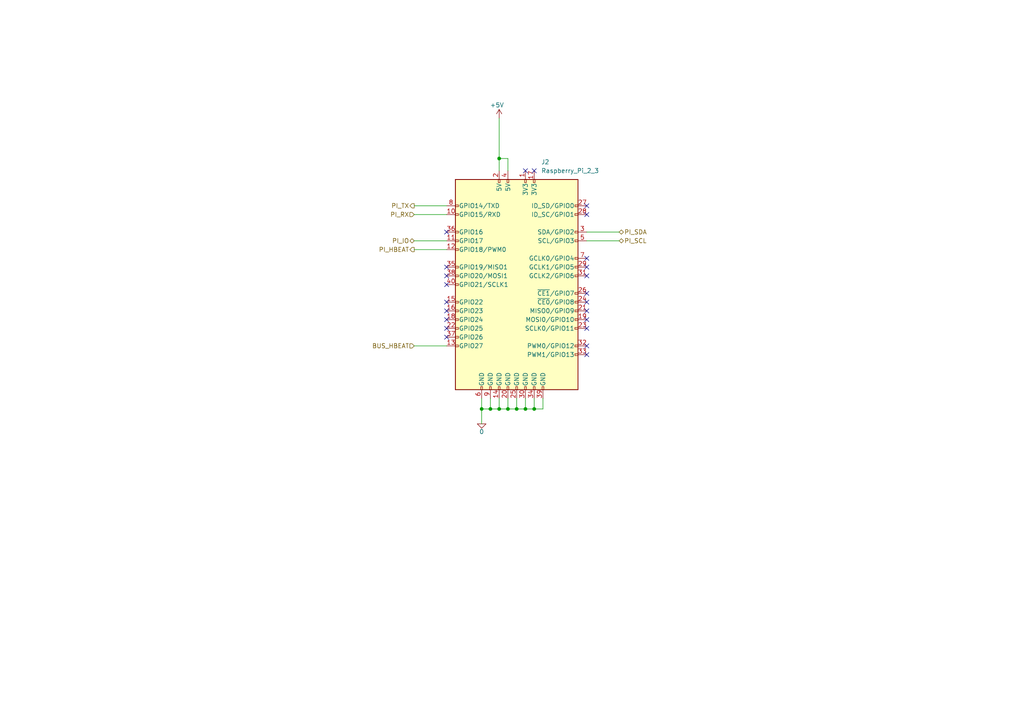
<source format=kicad_sch>
(kicad_sch (version 20211123) (generator eeschema)
  (paper "A4")
  (lib_symbols
    (symbol "Connector:Raspberry_Pi_2_3" (pin_names (offset 1.016))
      (property "Reference" "J" (at -17.78 31.75 0))
      (property "Value" "Raspberry_Pi_2_3" (at 10.16 -31.75 0))
      (symbol "Raspberry_Pi_2_3_0_1"
        (rectangle (start -17.78 30.48) (end 17.78 -30.48) (stroke (width 0.254)) (fill (type background)))
      )
      (symbol "Raspberry_Pi_2_3_1_1"
        (rectangle (start -16.891 -17.526) (end -17.78 -18.034))
        (rectangle (start -16.891 -14.986) (end -17.78 -15.494))
        (rectangle (start -16.891 -12.446) (end -17.78 -12.954))
        (rectangle (start -16.891 -9.906) (end -17.78 -10.414))
        (rectangle (start -16.891 -7.366) (end -17.78 -7.874))
        (rectangle (start -16.891 -4.826) (end -17.78 -5.334))
        (rectangle (start -16.891 0.254) (end -17.78 -0.254))
        (rectangle (start -16.891 2.794) (end -17.78 2.286))
        (rectangle (start -16.891 5.334) (end -17.78 4.826))
        (rectangle (start -16.891 10.414) (end -17.78 9.906))
        (rectangle (start -16.891 12.954) (end -17.78 12.446))
        (rectangle (start -16.891 15.494) (end -17.78 14.986))
        (rectangle (start -16.891 20.574) (end -17.78 20.066))
        (rectangle (start -16.891 23.114) (end -17.78 22.606))
        (rectangle (start -10.414 -29.591) (end -9.906 -30.48))
        (rectangle (start -7.874 -29.591) (end -7.366 -30.48))
        (rectangle (start -5.334 -29.591) (end -4.826 -30.48))
        (rectangle (start -5.334 30.48) (end -4.826 29.591))
        (rectangle (start -2.794 -29.591) (end -2.286 -30.48))
        (rectangle (start -2.794 30.48) (end -2.286 29.591))
        (rectangle (start -0.254 -29.591) (end 0.254 -30.48))
        (rectangle (start 2.286 -29.591) (end 2.794 -30.48))
        (rectangle (start 2.286 30.48) (end 2.794 29.591))
        (rectangle (start 4.826 -29.591) (end 5.334 -30.48))
        (rectangle (start 4.826 30.48) (end 5.334 29.591))
        (rectangle (start 7.366 -29.591) (end 7.874 -30.48))
        (rectangle (start 17.78 -20.066) (end 16.891 -20.574))
        (rectangle (start 17.78 -17.526) (end 16.891 -18.034))
        (rectangle (start 17.78 -12.446) (end 16.891 -12.954))
        (rectangle (start 17.78 -9.906) (end 16.891 -10.414))
        (rectangle (start 17.78 -7.366) (end 16.891 -7.874))
        (rectangle (start 17.78 -4.826) (end 16.891 -5.334))
        (rectangle (start 17.78 -2.286) (end 16.891 -2.794))
        (rectangle (start 17.78 2.794) (end 16.891 2.286))
        (rectangle (start 17.78 5.334) (end 16.891 4.826))
        (rectangle (start 17.78 7.874) (end 16.891 7.366))
        (rectangle (start 17.78 12.954) (end 16.891 12.446))
        (rectangle (start 17.78 15.494) (end 16.891 14.986))
        (rectangle (start 17.78 20.574) (end 16.891 20.066))
        (rectangle (start 17.78 23.114) (end 16.891 22.606))
        (pin power_in line (at 2.54 33.02 270) (length 2.54) (name "3V3") (number "1"))
        (pin bidirectional line (at -20.32 20.32 0) (length 2.54) (name "GPIO15/RXD") (number "10"))
        (pin bidirectional line (at -20.32 12.7 0) (length 2.54) (name "GPIO17") (number "11"))
        (pin bidirectional line (at -20.32 10.16 0) (length 2.54) (name "GPIO18/PWM0") (number "12"))
        (pin bidirectional line (at -20.32 -17.78 0) (length 2.54) (name "GPIO27") (number "13"))
        (pin power_in line (at -5.08 -33.02 90) (length 2.54) (name "GND") (number "14"))
        (pin bidirectional line (at -20.32 -5.08 0) (length 2.54) (name "GPIO22") (number "15"))
        (pin bidirectional line (at -20.32 -7.62 0) (length 2.54) (name "GPIO23") (number "16"))
        (pin power_in line (at 5.08 33.02 270) (length 2.54) (name "3V3") (number "17"))
        (pin bidirectional line (at -20.32 -10.16 0) (length 2.54) (name "GPIO24") (number "18"))
        (pin bidirectional line (at 20.32 -10.16 180) (length 2.54) (name "MOSI0/GPIO10") (number "19"))
        (pin power_in line (at -5.08 33.02 270) (length 2.54) (name "5V") (number "2"))
        (pin power_in line (at -2.54 -33.02 90) (length 2.54) (name "GND") (number "20"))
        (pin bidirectional line (at 20.32 -7.62 180) (length 2.54) (name "MISO0/GPIO9") (number "21"))
        (pin bidirectional line (at -20.32 -12.7 0) (length 2.54) (name "GPIO25") (number "22"))
        (pin bidirectional line (at 20.32 -12.7 180) (length 2.54) (name "SCLK0/GPIO11") (number "23"))
        (pin bidirectional line (at 20.32 -5.08 180) (length 2.54) (name "~{CE0}/GPIO8") (number "24"))
        (pin power_in line (at 0 -33.02 90) (length 2.54) (name "GND") (number "25"))
        (pin bidirectional line (at 20.32 -2.54 180) (length 2.54) (name "~{CE1}/GPIO7") (number "26"))
        (pin bidirectional line (at 20.32 22.86 180) (length 2.54) (name "ID_SD/GPIO0") (number "27"))
        (pin bidirectional line (at 20.32 20.32 180) (length 2.54) (name "ID_SC/GPIO1") (number "28"))
        (pin bidirectional line (at 20.32 5.08 180) (length 2.54) (name "GCLK1/GPIO5") (number "29"))
        (pin bidirectional line (at 20.32 15.24 180) (length 2.54) (name "SDA/GPIO2") (number "3"))
        (pin power_in line (at 2.54 -33.02 90) (length 2.54) (name "GND") (number "30"))
        (pin bidirectional line (at 20.32 2.54 180) (length 2.54) (name "GCLK2/GPIO6") (number "31"))
        (pin bidirectional line (at 20.32 -17.78 180) (length 2.54) (name "PWM0/GPIO12") (number "32"))
        (pin bidirectional line (at 20.32 -20.32 180) (length 2.54) (name "PWM1/GPIO13") (number "33"))
        (pin power_in line (at 5.08 -33.02 90) (length 2.54) (name "GND") (number "34"))
        (pin bidirectional line (at -20.32 5.08 0) (length 2.54) (name "GPIO19/MISO1") (number "35"))
        (pin bidirectional line (at -20.32 15.24 0) (length 2.54) (name "GPIO16") (number "36"))
        (pin bidirectional line (at -20.32 -15.24 0) (length 2.54) (name "GPIO26") (number "37"))
        (pin bidirectional line (at -20.32 2.54 0) (length 2.54) (name "GPIO20/MOSI1") (number "38"))
        (pin power_in line (at 7.62 -33.02 90) (length 2.54) (name "GND") (number "39"))
        (pin power_in line (at -2.54 33.02 270) (length 2.54) (name "5V") (number "4"))
        (pin bidirectional line (at -20.32 0 0) (length 2.54) (name "GPIO21/SCLK1") (number "40"))
        (pin bidirectional line (at 20.32 12.7 180) (length 2.54) (name "SCL/GPIO3") (number "5"))
        (pin power_in line (at -10.16 -33.02 90) (length 2.54) (name "GND") (number "6"))
        (pin bidirectional line (at 20.32 7.62 180) (length 2.54) (name "GCLK0/GPIO4") (number "7"))
        (pin bidirectional line (at -20.32 22.86 0) (length 2.54) (name "GPIO14/TXD") (number "8"))
        (pin power_in line (at -7.62 -33.02 90) (length 2.54) (name "GND") (number "9"))
      )
    )
    (symbol "power:+5V" (power) (pin_names (offset 0))
      (property "Value" "+5V" (at 0 3.556 0))
      (symbol "+5V_0_1"
        (polyline (pts (xy -0.762 1.27) (xy 0 2.54)))
        (polyline (pts (xy 0 0) (xy 0 2.54)))
        (polyline (pts (xy 0 2.54) (xy 0.762 1.27)))
      )
      (symbol "+5V_1_1"
        (pin power_in line (at 0 0 90) (length 0) hide (name "+5V") (number "1"))
      )
    )
    (symbol "pspice:0" (power) (pin_names (offset 0))
      (property "Value" "0" (at 0 -1.778 0))
      (symbol "0_0_1"
        (polyline (pts (xy -1.27 0) (xy 0 -1.27) (xy 1.27 0) (xy -1.27 0)))
      )
      (symbol "0_1_1"
        (pin power_in line (at 0 0 0) (length 0) hide (name "0") (number "1"))
      )
    )
  )
  (junction (at 147.32 118.618))
  (junction (at 154.94 118.618))
  (junction (at 144.78 45.974))
  (junction (at 139.7 118.618))
  (junction (at 142.24 118.618))
  (junction (at 144.78 118.618))
  (junction (at 152.4 118.618))
  (junction (at 149.86 118.618))
  (no_connect (at 129.54 90.17))
  (no_connect (at 129.54 92.71))
  (no_connect (at 129.54 95.25))
  (no_connect (at 129.54 97.79))
  (no_connect (at 170.18 74.93))
  (no_connect (at 152.4 49.53))
  (no_connect (at 154.94 49.53))
  (no_connect (at 170.18 59.69))
  (no_connect (at 170.18 62.23))
  (no_connect (at 129.54 87.63))
  (no_connect (at 129.54 82.55))
  (no_connect (at 129.54 80.01))
  (no_connect (at 129.54 77.47))
  (no_connect (at 129.54 67.31))
  (no_connect (at 170.18 102.87))
  (no_connect (at 170.18 100.33))
  (no_connect (at 170.18 90.17))
  (no_connect (at 170.18 92.71))
  (no_connect (at 170.18 95.25))
  (no_connect (at 170.18 77.47))
  (no_connect (at 170.18 80.01))
  (no_connect (at 170.18 85.09))
  (no_connect (at 170.18 87.63))
  (wire (pts (xy 144.78 45.974) (xy 144.78 49.53)))
  (wire (pts (xy 179.578 67.31) (xy 170.18 67.31)))
  (wire (pts (xy 149.86 118.618) (xy 152.4 118.618)))
  (wire (pts (xy 120.142 100.33) (xy 129.54 100.33)))
  (wire (pts (xy 144.78 115.57) (xy 144.78 118.618)))
  (wire (pts (xy 179.578 69.85) (xy 170.18 69.85)))
  (wire (pts (xy 144.78 118.618) (xy 147.32 118.618)))
  (wire (pts (xy 157.48 118.618) (xy 157.48 115.57)))
  (wire (pts (xy 147.32 45.974) (xy 144.78 45.974)))
  (wire (pts (xy 154.94 118.618) (xy 157.48 118.618)))
  (wire (pts (xy 147.32 118.618) (xy 149.86 118.618)))
  (wire (pts (xy 142.24 118.618) (xy 144.78 118.618)))
  (wire (pts (xy 147.32 115.57) (xy 147.32 118.618)))
  (wire (pts (xy 154.94 115.57) (xy 154.94 118.618)))
  (wire (pts (xy 142.24 115.57) (xy 142.24 118.618)))
  (wire (pts (xy 149.86 115.57) (xy 149.86 118.618)))
  (wire (pts (xy 120.142 72.39) (xy 129.54 72.39)))
  (wire (pts (xy 120.142 69.85) (xy 129.54 69.85)))
  (wire (pts (xy 152.4 118.618) (xy 154.94 118.618)))
  (wire (pts (xy 144.78 34.29) (xy 144.78 45.974)))
  (wire (pts (xy 147.32 45.974) (xy 147.32 49.53)))
  (wire (pts (xy 139.7 118.618) (xy 139.7 122.936)))
  (wire (pts (xy 152.4 115.57) (xy 152.4 118.618)))
  (wire (pts (xy 120.142 59.69) (xy 129.54 59.69)))
  (wire (pts (xy 139.7 115.57) (xy 139.7 118.618)))
  (wire (pts (xy 139.7 118.618) (xy 142.24 118.618)))
  (wire (pts (xy 120.142 62.23) (xy 129.54 62.23)))
  (hierarchical_label "BUS_HBEAT" (shape input) (at 120.142 100.33 180))
  (hierarchical_label "PI_IO" (shape bidirectional) (at 120.142 69.85 180))
  (hierarchical_label "PI_SCL" (shape bidirectional) (at 179.578 69.85 0))
  (hierarchical_label "PI_TX" (shape output) (at 120.142 59.69 180))
  (hierarchical_label "PI_HBEAT" (shape output) (at 120.142 72.39 180))
  (hierarchical_label "PI_RX" (shape input) (at 120.142 62.23 180))
  (hierarchical_label "PI_SDA" (shape bidirectional) (at 179.578 67.31 0))
  (symbol (lib_id "power:+5V") (at 144.78 34.29 0) (unit 1)
    (property "Reference" "#PWR010" (effects hide))
    (property "Value" "+5V" (at 144.145 30.48 0))
  )
  (symbol (lib_id "Connector:Raspberry_Pi_2_3") (at 149.86 82.55 0) (unit 1)
    (property "Reference" "J2" (at 156.9594 46.99 0) (effects (justify left)))
    (property "Value" "Raspberry_Pi_2_3" (at 156.9594 49.53 0) (effects (justify left)))
    (property "Footprint" "Module:Raspberry_Pi_Zero_Socketed_THT_FaceDown_MountingHoles" (effects hide))
    (property "Datasheet" "https://www.raspberrypi.org/documentation/hardware/raspberrypi/schematics/rpi_SCH_3bplus_1p0_reduced.pdf" (effects hide))
  )
  (symbol (lib_id "pspice:0") (at 139.7 122.936 0) (unit 1)
    (property "Reference" "#GND013" (effects hide))
    (property "Value" "0" (at 139.7 125.222 0))
  )
)
</source>
